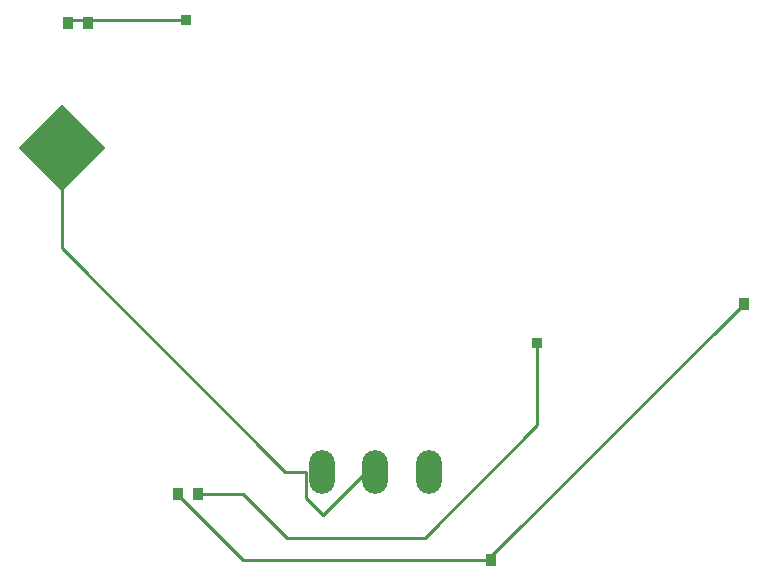
<source format=gbl>
G04 Layer: BottomLayer*
G04 EasyEDA v6.5.42, 2024-06-01 20:13:01*
G04 56b61418f79f422a81827ce91bc8f804,a42f065a0689404bb1480e5e311d6757,10*
G04 Gerber Generator version 0.2*
G04 Scale: 100 percent, Rotated: No, Reflected: No *
G04 Dimensions in millimeters *
G04 leading zeros omitted , absolute positions ,4 integer and 5 decimal *
%FSLAX45Y45*%
%MOMM*%

%AMMACRO1*21,1,$1,$2,0,0,$3*%
%ADD10C,0.2540*%
%ADD11R,0.8999X1.0000*%
%ADD12MACRO1,0.864X0.8065X0.0000*%
%ADD13MACRO1,5.1994X5.1994X135.0002*%
%ADD14O,2.1999956000000003X3.6999926000000003*%
%ADD15R,0.8640X0.8065*%

%LPD*%
D10*
X1192225Y5157774D02*
G01*
X1192225Y4306874D01*
X3086100Y2413000D01*
X3259907Y2413000D01*
X3259907Y2188387D01*
X3403600Y2044700D01*
X3771900Y2413000D01*
X3848087Y2413000D01*
X4829903Y1663700D02*
G01*
X2730500Y1663700D01*
X2171700Y2222500D01*
X6968396Y3835400D02*
G01*
X4829903Y1696907D01*
X4829903Y1663700D01*
X1248493Y6210300D02*
G01*
X1273030Y6234836D01*
X2247900Y6234836D01*
X5219700Y3506063D02*
G01*
X5219700Y2806700D01*
X4267200Y1854200D01*
X3098800Y1854200D01*
X2730500Y2222500D01*
X2345606Y2222500D01*
D11*
G01*
X6968396Y3835400D03*
G01*
X1248493Y6210300D03*
D12*
G01*
X2247900Y6234824D03*
D11*
G01*
X2345606Y2222500D03*
D13*
G01*
X1192215Y5157786D03*
D14*
G01*
X3848087Y2413000D03*
D15*
G01*
X5219700Y3506063D03*
D11*
G01*
X1418496Y6210300D03*
G01*
X4829903Y1663700D03*
G01*
X2175603Y2222500D03*
D14*
G01*
X3398100Y2413000D03*
G01*
X4298099Y2413000D03*
M02*

</source>
